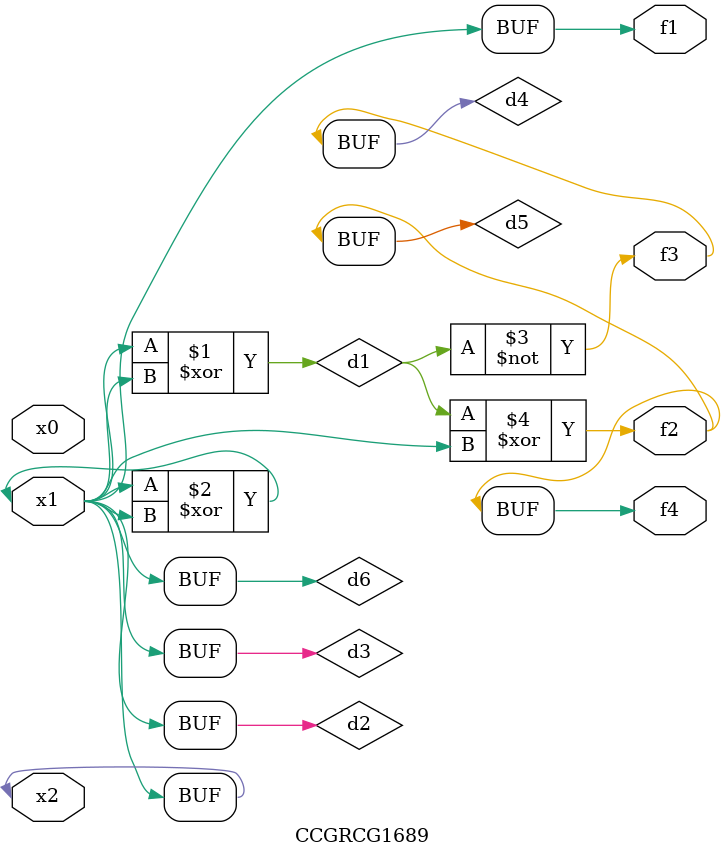
<source format=v>
module CCGRCG1689(
	input x0, x1, x2,
	output f1, f2, f3, f4
);

	wire d1, d2, d3, d4, d5, d6;

	xor (d1, x1, x2);
	buf (d2, x1, x2);
	xor (d3, x1, x2);
	nor (d4, d1);
	xor (d5, d1, d2);
	buf (d6, d2, d3);
	assign f1 = d6;
	assign f2 = d5;
	assign f3 = d4;
	assign f4 = d5;
endmodule

</source>
